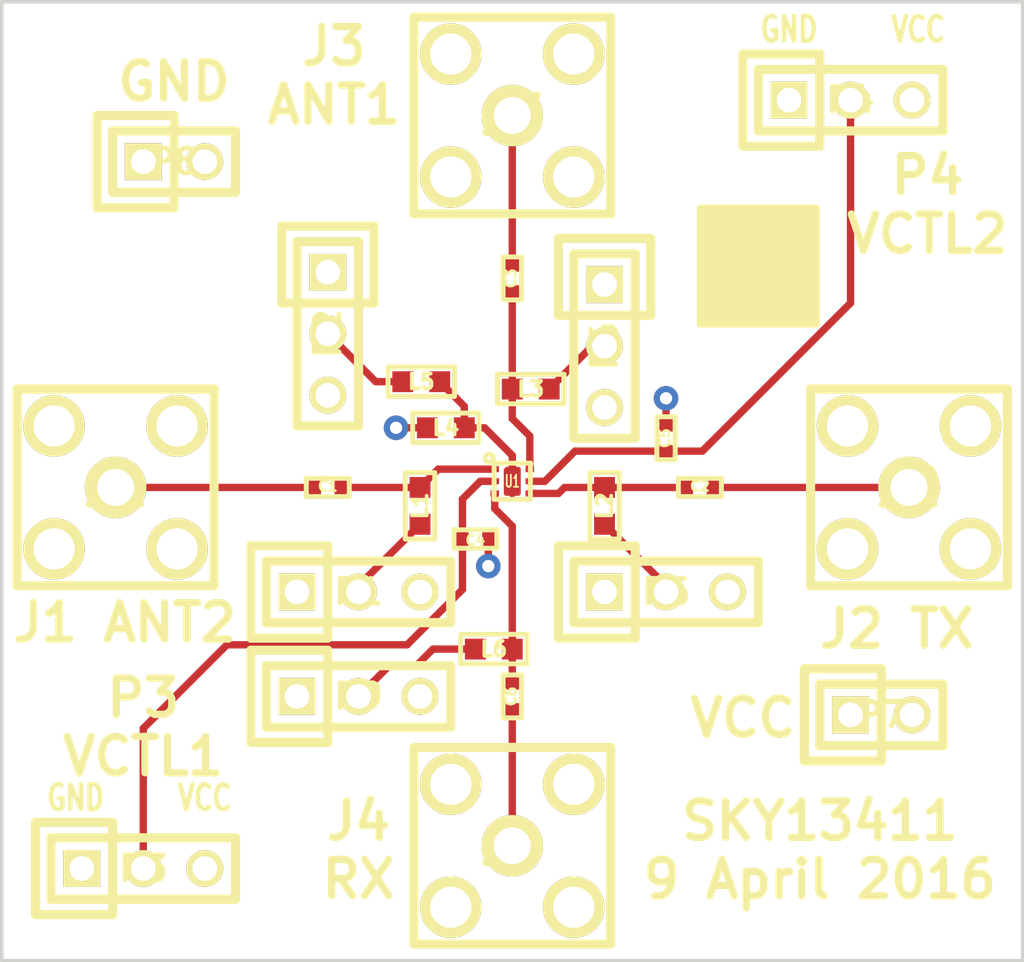
<source format=kicad_pcb>
(kicad_pcb (version 20221018) (generator pcbnew)
  (layers (0 "F.Cu" signal "C1F.Cu") (1 "In1.Cu" signal "C2.Cu") (2 "In2.Cu" signal "C3.Cu") (31 "B.Cu" signal "C4B.Cu") (34 "B.Paste" user) (35 "F.Paste" user) (36 "B.SilkS" user "B.Silkscreen") (37 "F.SilkS" user "F.Silkscreen") (38 "B.Mask" user) (39 "F.Mask" user) (44 "Edge.Cuts" user))
  (net 0 "")
  (net 1 "Net-(C1-Pad2)")
  (net 2 "Net-(C1-Pad1)")
  (net 3 "Net-(C2-Pad2)")
  (net 4 "Net-(C2-Pad1)")
  (net 5 "Net-(C3-Pad2)")
  (net 6 "Net-(C3-Pad1)")
  (net 7 "GND")
  (net 8 "VCC")
  (net 9 "Net-(C4-Pad1)")
  (net 10 "Net-(C5-Pad2)")
  (net 11 "Net-(L1-Pad1)")
  (net 12 "Net-(L5-Pad1)")
  (net 13 "Net-(L2-Pad1)")
  (net 14 "Net-(L3-Pad1)")
  (net 15 "Net-(L4-Pad2)")
  (net 16 "Net-(C6-Pad2)")
  (net 17 "Net-(C6-Pad1)")
  (net 18 "Net-(L6-Pad1)")
  (footprint "gsg-modules:0402" (layer "F.Cu") (at 144.78 101.854 180)
    (fp_text reference "C1" (at 0 0.0508 180) (layer "F.SilkS") (effects (font (size 0.4064 0.4064) (thickness 0.1016))))
    (fp_text value "100nF" hide)
    (fp_line (start -0.889 -0.381) (end 0.889 -0.381) (stroke (width 0.2032)) (layer "F.SilkS"))
    (fp_line (start -0.889 0.381) (end -0.889 -0.381) (stroke (width 0.2032)) (layer "F.SilkS"))
    (fp_line (start 0.889 -0.381) (end 0.889 0.381) (stroke (width 0.2032)) (layer "F.SilkS"))
    (fp_line (start 0.889 0.381) (end -0.889 0.381) (stroke (width 0.2032)) (layer "F.SilkS"))
    (pad "1" smd rect (at -0.5334 0 180) (size 0.508 0.5588) (layers "F.Cu" "F.Paste" "F.Mask") (net 2 "Net-(C1-Pad1)"))
    (pad "2" smd rect (at 0.5334 0 180) (size 0.508 0.5588) (layers "F.Cu" "F.Paste" "F.Mask") (net 1 "Net-(C1-Pad2)"))
  )
  (footprint "gsg-modules:0402" (layer "F.Cu") (at 160.147 101.854 180)
    (fp_text reference "C2" (at 0 0.0508 180) (layer "F.SilkS") (effects (font (size 0.4064 0.4064) (thickness 0.1016))))
    (fp_text value "100nF" hide)
    (fp_line (start -0.889 -0.381) (end 0.889 -0.381) (stroke (width 0.2032)) (layer "F.SilkS"))
    (fp_line (start -0.889 0.381) (end -0.889 -0.381) (stroke (width 0.2032)) (layer "F.SilkS"))
    (fp_line (start 0.889 -0.381) (end 0.889 0.381) (stroke (width 0.2032)) (layer "F.SilkS"))
    (fp_line (start 0.889 0.381) (end -0.889 0.381) (stroke (width 0.2032)) (layer "F.SilkS"))
    (pad "1" smd rect (at -0.5334 0 180) (size 0.508 0.5588) (layers "F.Cu" "F.Paste" "F.Mask") (net 4 "Net-(C2-Pad1)"))
    (pad "2" smd rect (at 0.5334 0 180) (size 0.508 0.5588) (layers "F.Cu" "F.Paste" "F.Mask") (net 3 "Net-(C2-Pad2)"))
  )
  (footprint "gsg-modules:0402" (layer "F.Cu") (at 152.4 93.218 -90)
    (fp_text reference "C3" (at 0 0.0508 270) (layer "F.SilkS") (effects (font (size 0.4064 0.4064) (thickness 0.1016))))
    (fp_text value "100nF" hide)
    (fp_line (start -0.889 -0.381) (end 0.889 -0.381) (stroke (width 0.2032)) (layer "F.SilkS"))
    (fp_line (start -0.889 0.381) (end -0.889 -0.381) (stroke (width 0.2032)) (layer "F.SilkS"))
    (fp_line (start 0.889 -0.381) (end 0.889 0.381) (stroke (width 0.2032)) (layer "F.SilkS"))
    (fp_line (start 0.889 0.381) (end -0.889 0.381) (stroke (width 0.2032)) (layer "F.SilkS"))
    (pad "1" smd rect (at -0.5334 0 270) (size 0.508 0.5588) (layers "F.Cu" "F.Paste" "F.Mask") (net 6 "Net-(C3-Pad1)"))
    (pad "2" smd rect (at 0.5334 0 270) (size 0.508 0.5588) (layers "F.Cu" "F.Paste" "F.Mask") (net 5 "Net-(C3-Pad2)"))
  )
  (footprint "gsg-modules:SMA-VERTICAL" (layer "F.Cu") (at 136.017 101.854)
    (fp_text reference "J1" (at 0 0) (layer "F.SilkS") (effects (font (size 1.524 1.524) (thickness 0.3048))))
    (fp_text value "SMA" hide)
    (fp_line (start -4.064 -4.064) (end -4.064 4.064) (stroke (width 0.381)) (layer "F.SilkS"))
    (fp_line (start -4.064 4.064) (end 4.064 4.064) (stroke (width 0.381)) (layer "F.SilkS"))
    (fp_line (start 4.064 -4.064) (end -4.064 -4.064) (stroke (width 0.381)) (layer "F.SilkS"))
    (fp_line (start 4.064 4.064) (end 4.064 -4.064) (stroke (width 0.381)) (layer "F.SilkS"))
    (pad "1" thru_hole circle (at 0 0) (size 2.54 2.54) (drill 1.524) (layers "*.Cu" "*.Mask" "F.SilkS") (net 1 "Net-(C1-Pad2)"))
    (pad "2" thru_hole circle (at -2.54 -2.54) (size 2.54 2.54) (drill 1.7018) (layers "*.Cu" "*.Mask" "F.SilkS") (net 7 "GND"))
    (pad "2" thru_hole circle (at -2.54 2.54) (size 2.54 2.54) (drill 1.7018) (layers "*.Cu" "*.Mask" "F.SilkS") (net 7 "GND"))
    (pad "2" thru_hole circle (at 2.54 -2.54) (size 2.54 2.54) (drill 1.7018) (layers "*.Cu" "*.Mask" "F.SilkS") (net 7 "GND"))
    (pad "2" thru_hole circle (at 2.54 2.54) (size 2.54 2.54) (drill 1.7018) (layers "*.Cu" "*.Mask" "F.SilkS") (net 7 "GND"))
  )
  (footprint "gsg-modules:SMA-VERTICAL" (layer "F.Cu") (at 168.783 101.854)
    (fp_text reference "J2" (at 0 0) (layer "F.SilkS") (effects (font (size 1.524 1.524) (thickness 0.3048))))
    (fp_text value "SMA" hide)
    (fp_line (start -4.064 -4.064) (end -4.064 4.064) (stroke (width 0.381)) (layer "F.SilkS"))
    (fp_line (start -4.064 4.064) (end 4.064 4.064) (stroke (width 0.381)) (layer "F.SilkS"))
    (fp_line (start 4.064 -4.064) (end -4.064 -4.064) (stroke (width 0.381)) (layer "F.SilkS"))
    (fp_line (start 4.064 4.064) (end 4.064 -4.064) (stroke (width 0.381)) (layer "F.SilkS"))
    (pad "1" thru_hole circle (at 0 0) (size 2.54 2.54) (drill 1.524) (layers "*.Cu" "*.Mask" "F.SilkS") (net 4 "Net-(C2-Pad1)"))
    (pad "2" thru_hole circle (at -2.54 -2.54) (size 2.54 2.54) (drill 1.7018) (layers "*.Cu" "*.Mask" "F.SilkS") (net 7 "GND"))
    (pad "2" thru_hole circle (at -2.54 2.54) (size 2.54 2.54) (drill 1.7018) (layers "*.Cu" "*.Mask" "F.SilkS") (net 7 "GND"))
    (pad "2" thru_hole circle (at 2.54 -2.54) (size 2.54 2.54) (drill 1.7018) (layers "*.Cu" "*.Mask" "F.SilkS") (net 7 "GND"))
    (pad "2" thru_hole circle (at 2.54 2.54) (size 2.54 2.54) (drill 1.7018) (layers "*.Cu" "*.Mask" "F.SilkS") (net 7 "GND"))
  )
  (footprint "gsg-modules:SMA-VERTICAL" (layer "F.Cu") (at 152.4 86.487)
    (fp_text reference "J3" (at 0 0) (layer "F.SilkS") (effects (font (size 1.524 1.524) (thickness 0.3048))))
    (fp_text value "SMA" hide)
    (fp_line (start -4.064 -4.064) (end -4.064 4.064) (stroke (width 0.381)) (layer "F.SilkS"))
    (fp_line (start -4.064 4.064) (end 4.064 4.064) (stroke (width 0.381)) (layer "F.SilkS"))
    (fp_line (start 4.064 -4.064) (end -4.064 -4.064) (stroke (width 0.381)) (layer "F.SilkS"))
    (fp_line (start 4.064 4.064) (end 4.064 -4.064) (stroke (width 0.381)) (layer "F.SilkS"))
    (pad "1" thru_hole circle (at 0 0) (size 2.54 2.54) (drill 1.524) (layers "*.Cu" "*.Mask" "F.SilkS") (net 6 "Net-(C3-Pad1)"))
    (pad "2" thru_hole circle (at -2.54 -2.54) (size 2.54 2.54) (drill 1.7018) (layers "*.Cu" "*.Mask" "F.SilkS") (net 7 "GND"))
    (pad "2" thru_hole circle (at -2.54 2.54) (size 2.54 2.54) (drill 1.7018) (layers "*.Cu" "*.Mask" "F.SilkS") (net 7 "GND"))
    (pad "2" thru_hole circle (at 2.54 -2.54) (size 2.54 2.54) (drill 1.7018) (layers "*.Cu" "*.Mask" "F.SilkS") (net 7 "GND"))
    (pad "2" thru_hole circle (at 2.54 2.54) (size 2.54 2.54) (drill 1.7018) (layers "*.Cu" "*.Mask" "F.SilkS") (net 7 "GND"))
  )
  (footprint "gsg-modules:HEADER-1x3" (layer "F.Cu") (at 146.05 106.172)
    (fp_text reference "P1" (at 0 0) (layer "F.SilkS") (effects (font (size 1.016 1.016) (thickness 0.2032))))
    (fp_text value "CONN_01X03" hide)
    (fp_line (start -4.445 -1.905) (end -4.445 1.905) (stroke (width 0.381)) (layer "F.SilkS"))
    (fp_line (start -4.445 1.905) (end -1.27 1.905) (stroke (width 0.381)) (layer "F.SilkS"))
    (fp_line (start -3.81 -1.27) (end -3.81 1.27) (stroke (width 0.381)) (layer "F.SilkS"))
    (fp_line (start -3.81 -1.27) (end 3.81 -1.27) (stroke (width 0.381)) (layer "F.SilkS"))
    (fp_line (start -1.27 -1.905) (end -4.445 -1.905) (stroke (width 0.381)) (layer "F.SilkS"))
    (fp_line (start -1.27 1.905) (end -1.27 -1.905) (stroke (width 0.381)) (layer "F.SilkS"))
    (fp_line (start 3.81 -1.27) (end 3.81 1.27) (stroke (width 0.381)) (layer "F.SilkS"))
    (fp_line (start 3.81 1.27) (end -3.81 1.27) (stroke (width 0.381)) (layer "F.SilkS"))
    (pad "1" thru_hole rect (at -2.54 0) (size 1.524 1.524) (drill 1.016) (layers "*.Cu" "*.Mask" "F.SilkS") (net 7 "GND"))
    (pad "2" thru_hole circle (at 0 0) (size 1.524 1.524) (drill 1.016) (layers "*.Cu" "*.Mask" "F.SilkS") (net 11 "Net-(L1-Pad1)"))
    (pad "3" thru_hole circle (at 2.54 0) (size 1.524 1.524) (drill 1.016) (layers "*.Cu" "*.Mask" "F.SilkS") (net 8 "VCC"))
  )
  (footprint "gsg-modules:HEADER-1x3" (layer "F.Cu") (at 144.78 95.504 -90)
    (fp_text reference "P2" (at 0 0 270) (layer "F.SilkS") (effects (font (size 1.016 1.016) (thickness 0.2032))))
    (fp_text value "CONN_01X03" hide)
    (fp_line (start -4.445 -1.905) (end -4.445 1.905) (stroke (width 0.381)) (layer "F.SilkS"))
    (fp_line (start -4.445 1.905) (end -1.27 1.905) (stroke (width 0.381)) (layer "F.SilkS"))
    (fp_line (start -3.81 -1.27) (end -3.81 1.27) (stroke (width 0.381)) (layer "F.SilkS"))
    (fp_line (start -3.81 -1.27) (end 3.81 -1.27) (stroke (width 0.381)) (layer "F.SilkS"))
    (fp_line (start -1.27 -1.905) (end -4.445 -1.905) (stroke (width 0.381)) (layer "F.SilkS"))
    (fp_line (start -1.27 1.905) (end -1.27 -1.905) (stroke (width 0.381)) (layer "F.SilkS"))
    (fp_line (start 3.81 -1.27) (end 3.81 1.27) (stroke (width 0.381)) (layer "F.SilkS"))
    (fp_line (start 3.81 1.27) (end -3.81 1.27) (stroke (width 0.381)) (layer "F.SilkS"))
    (pad "1" thru_hole rect (at -2.54 0 270) (size 1.524 1.524) (drill 1.016) (layers "*.Cu" "*.Mask" "F.SilkS") (net 7 "GND"))
    (pad "2" thru_hole circle (at 0 0 270) (size 1.524 1.524) (drill 1.016) (layers "*.Cu" "*.Mask" "F.SilkS") (net 12 "Net-(L5-Pad1)"))
    (pad "3" thru_hole circle (at 2.54 0 270) (size 1.524 1.524) (drill 1.016) (layers "*.Cu" "*.Mask" "F.SilkS") (net 8 "VCC"))
  )
  (footprint "gsg-modules:HEADER-1x3" (layer "F.Cu") (at 137.16 117.602)
    (fp_text reference "P3" (at 0 0) (layer "F.SilkS") (effects (font (size 1.016 1.016) (thickness 0.2032))))
    (fp_text value "CONN_01X03" hide)
    (fp_line (start -4.445 -1.905) (end -4.445 1.905) (stroke (width 0.381)) (layer "F.SilkS"))
    (fp_line (start -4.445 1.905) (end -1.27 1.905) (stroke (width 0.381)) (layer "F.SilkS"))
    (fp_line (start -3.81 -1.27) (end -3.81 1.27) (stroke (width 0.381)) (layer "F.SilkS"))
    (fp_line (start -3.81 -1.27) (end 3.81 -1.27) (stroke (width 0.381)) (layer "F.SilkS"))
    (fp_line (start -1.27 -1.905) (end -4.445 -1.905) (stroke (width 0.381)) (layer "F.SilkS"))
    (fp_line (start -1.27 1.905) (end -1.27 -1.905) (stroke (width 0.381)) (layer "F.SilkS"))
    (fp_line (start 3.81 -1.27) (end 3.81 1.27) (stroke (width 0.381)) (layer "F.SilkS"))
    (fp_line (start 3.81 1.27) (end -3.81 1.27) (stroke (width 0.381)) (layer "F.SilkS"))
    (pad "1" thru_hole rect (at -2.54 0) (size 1.524 1.524) (drill 1.016) (layers "*.Cu" "*.Mask" "F.SilkS") (net 7 "GND"))
    (pad "2" thru_hole circle (at 0 0) (size 1.524 1.524) (drill 1.016) (layers "*.Cu" "*.Mask" "F.SilkS") (net 9 "Net-(C4-Pad1)"))
    (pad "3" thru_hole circle (at 2.54 0) (size 1.524 1.524) (drill 1.016) (layers "*.Cu" "*.Mask" "F.SilkS") (net 8 "VCC"))
  )
  (footprint "gsg-modules:HEADER-1x3" (layer "F.Cu") (at 166.37 85.852)
    (fp_text reference "P4" (at 0 0) (layer "F.SilkS") (effects (font (size 1.016 1.016) (thickness 0.2032))))
    (fp_text value "CONN_01X03" hide)
    (fp_line (start -4.445 -1.905) (end -4.445 1.905) (stroke (width 0.381)) (layer "F.SilkS"))
    (fp_line (start -4.445 1.905) (end -1.27 1.905) (stroke (width 0.381)) (layer "F.SilkS"))
    (fp_line (start -3.81 -1.27) (end -3.81 1.27) (stroke (width 0.381)) (layer "F.SilkS"))
    (fp_line (start -3.81 -1.27) (end 3.81 -1.27) (stroke (width 0.381)) (layer "F.SilkS"))
    (fp_line (start -1.27 -1.905) (end -4.445 -1.905) (stroke (width 0.381)) (layer "F.SilkS"))
    (fp_line (start -1.27 1.905) (end -1.27 -1.905) (stroke (width 0.381)) (layer "F.SilkS"))
    (fp_line (start 3.81 -1.27) (end 3.81 1.27) (stroke (width 0.381)) (layer "F.SilkS"))
    (fp_line (start 3.81 1.27) (end -3.81 1.27) (stroke (width 0.381)) (layer "F.SilkS"))
    (pad "1" thru_hole rect (at -2.54 0) (size 1.524 1.524) (drill 1.016) (layers "*.Cu" "*.Mask" "F.SilkS") (net 7 "GND"))
    (pad "2" thru_hole circle (at 0 0) (size 1.524 1.524) (drill 1.016) (layers "*.Cu" "*.Mask" "F.SilkS") (net 10 "Net-(C5-Pad2)"))
    (pad "3" thru_hole circle (at 2.54 0) (size 1.524 1.524) (drill 1.016) (layers "*.Cu" "*.Mask" "F.SilkS") (net 8 "VCC"))
  )
  (footprint "gsg-modules:HEADER-1x3" (layer "F.Cu") (at 158.75 106.172)
    (fp_text reference "P5" (at 0 0) (layer "F.SilkS") (effects (font (size 1.016 1.016) (thickness 0.2032))))
    (fp_text value "CONN_01X03" hide)
    (fp_line (start -4.445 -1.905) (end -4.445 1.905) (stroke (width 0.381)) (layer "F.SilkS"))
    (fp_line (start -4.445 1.905) (end -1.27 1.905) (stroke (width 0.381)) (layer "F.SilkS"))
    (fp_line (start -3.81 -1.27) (end -3.81 1.27) (stroke (width 0.381)) (layer "F.SilkS"))
    (fp_line (start -3.81 -1.27) (end 3.81 -1.27) (stroke (width 0.381)) (layer "F.SilkS"))
    (fp_line (start -1.27 -1.905) (end -4.445 -1.905) (stroke (width 0.381)) (layer "F.SilkS"))
    (fp_line (start -1.27 1.905) (end -1.27 -1.905) (stroke (width 0.381)) (layer "F.SilkS"))
    (fp_line (start 3.81 -1.27) (end 3.81 1.27) (stroke (width 0.381)) (layer "F.SilkS"))
    (fp_line (start 3.81 1.27) (end -3.81 1.27) (stroke (width 0.381)) (layer "F.SilkS"))
    (pad "1" thru_hole rect (at -2.54 0) (size 1.524 1.524) (drill 1.016) (layers "*.Cu" "*.Mask" "F.SilkS") (net 7 "GND"))
    (pad "2" thru_hole circle (at 0 0) (size 1.524 1.524) (drill 1.016) (layers "*.Cu" "*.Mask" "F.SilkS") (net 13 "Net-(L2-Pad1)"))
    (pad "3" thru_hole circle (at 2.54 0) (size 1.524 1.524) (drill 1.016) (layers "*.Cu" "*.Mask" "F.SilkS") (net 8 "VCC"))
  )
  (footprint "gsg-modules:HEADER-1x3" (layer "F.Cu") (at 156.21 96.012 -90)
    (fp_text reference "P6" (at 0 0 270) (layer "F.SilkS") (effects (font (size 1.016 1.016) (thickness 0.2032))))
    (fp_text value "CONN_01X03" hide)
    (fp_line (start -4.445 -1.905) (end -4.445 1.905) (stroke (width 0.381)) (layer "F.SilkS"))
    (fp_line (start -4.445 1.905) (end -1.27 1.905) (stroke (width 0.381)) (layer "F.SilkS"))
    (fp_line (start -3.81 -1.27) (end -3.81 1.27) (stroke (width 0.381)) (layer "F.SilkS"))
    (fp_line (start -3.81 -1.27) (end 3.81 -1.27) (stroke (width 0.381)) (layer "F.SilkS"))
    (fp_line (start -1.27 -1.905) (end -4.445 -1.905) (stroke (width 0.381)) (layer "F.SilkS"))
    (fp_line (start -1.27 1.905) (end -1.27 -1.905) (stroke (width 0.381)) (layer "F.SilkS"))
    (fp_line (start 3.81 -1.27) (end 3.81 1.27) (stroke (width 0.381)) (layer "F.SilkS"))
    (fp_line (start 3.81 1.27) (end -3.81 1.27) (stroke (width 0.381)) (layer "F.SilkS"))
    (pad "1" thru_hole rect (at -2.54 0 270) (size 1.524 1.524) (drill 1.016) (layers "*.Cu" "*.Mask" "F.SilkS") (net 7 "GND"))
    (pad "2" thru_hole circle (at 0 0 270) (size 1.524 1.524) (drill 1.016) (layers "*.Cu" "*.Mask" "F.SilkS") (net 14 "Net-(L3-Pad1)"))
    (pad "3" thru_hole circle (at 2.54 0 270) (size 1.524 1.524) (drill 1.016) (layers "*.Cu" "*.Mask" "F.SilkS") (net 8 "VCC"))
  )
  (footprint "gsg-modules:HEADER-1x2" (layer "F.Cu") (at 167.64 111.252)
    (fp_text reference "P7" (at 0 0) (layer "F.SilkS") (effects (font (size 1.016 1.016) (thickness 0.2032))))
    (fp_text value "CONN_01X02" hide)
    (fp_line (start -3.175 -1.905) (end -3.175 1.905) (stroke (width 0.381)) (layer "F.SilkS"))
    (fp_line (start -3.175 1.905) (end 0 1.905) (stroke (width 0.381)) (layer "F.SilkS"))
    (fp_line (start -2.54 -1.27) (end -2.54 1.27) (stroke (width 0.381)) (layer "F.SilkS"))
    (fp_line (start -2.54 -1.27) (end 2.54 -1.27) (stroke (width 0.381)) (layer "F.SilkS"))
    (fp_line (start 0 -1.905) (end -3.175 -1.905) (stroke (width 0.381)) (layer "F.SilkS"))
    (fp_line (start 0 1.905) (end 0 -1.905) (stroke (width 0.381)) (layer "F.SilkS"))
    (fp_line (start 2.54 -1.27) (end 2.54 1.27) (stroke (width 0.381)) (layer "F.SilkS"))
    (fp_line (start 2.54 1.27) (end -2.54 1.27) (stroke (width 0.381)) (layer "F.SilkS"))
    (pad "1" thru_hole rect (at -1.27 0) (size 1.524 1.524) (drill 1.016) (layers "*.Cu" "*.Mask" "F.SilkS") (net 8 "VCC"))
    (pad "2" thru_hole circle (at 1.27 0) (size 1.524 1.524) (drill 1.016) (layers "*.Cu" "*.Mask" "F.SilkS") (net 8 "VCC"))
  )
  (footprint "gsg-modules:HEADER-1x2" (layer "F.Cu") (at 138.43 88.392)
    (fp_text reference "P8" (at 0 0) (layer "F.SilkS") (effects (font (size 1.016 1.016) (thickness 0.2032))))
    (fp_text value "CONN_01X02" hide)
    (fp_line (start -3.175 -1.905) (end -3.175 1.905) (stroke (width 0.381)) (layer "F.SilkS"))
    (fp_line (start -3.175 1.905) (end 0 1.905) (stroke (width 0.381)) (layer "F.SilkS"))
    (fp_line (start -2.54 -1.27) (end -2.54 1.27) (stroke (width 0.381)) (layer "F.SilkS"))
    (fp_line (start -2.54 -1.27) (end 2.54 -1.27) (stroke (width 0.381)) (layer "F.SilkS"))
    (fp_line (start 0 -1.905) (end -3.175 -1.905) (stroke (width 0.381)) (layer "F.SilkS"))
    (fp_line (start 0 1.905) (end 0 -1.905) (stroke (width 0.381)) (layer "F.SilkS"))
    (fp_line (start 2.54 -1.27) (end 2.54 1.27) (stroke (width 0.381)) (layer "F.SilkS"))
    (fp_line (start 2.54 1.27) (end -2.54 1.27) (stroke (width 0.381)) (layer "F.SilkS"))
    (pad "1" thru_hole rect (at -1.27 0) (size 1.524 1.524) (drill 1.016) (layers "*.Cu" "*.Mask" "F.SilkS") (net 7 "GND"))
    (pad "2" thru_hole circle (at 1.27 0) (size 1.524 1.524) (drill 1.016) (layers "*.Cu" "*.Mask" "F.SilkS") (net 7 "GND"))
  )
  (footprint "gsg-modules:0402" (layer "F.Cu") (at 150.876 103.9876)
    (fp_text reference "C4" (at 0 0.0508) (layer "F.SilkS") (effects (font (size 0.4064 0.4064) (thickness 0.1016))))
    (fp_text value "33pF" hide)
    (fp_line (start -0.889 -0.381) (end 0.889 -0.381) (stroke (width 0.2032)) (layer "F.SilkS"))
    (fp_line (start -0.889 0.381) (end -0.889 -0.381) (stroke (width 0.2032)) (layer "F.SilkS"))
    (fp_line (start 0.889 -0.381) (end 0.889 0.381) (stroke (width 0.2032)) (layer "F.SilkS"))
    (fp_line (start 0.889 0.381) (end -0.889 0.381) (stroke (width 0.2032)) (layer "F.SilkS"))
    (pad "1" smd rect (at -0.5334 0) (size 0.508 0.5588) (layers "F.Cu" "F.Paste" "F.Mask") (net 9 "Net-(C4-Pad1)"))
    (pad "2" smd rect (at 0.5334 0) (size 0.508 0.5588) (layers "F.Cu" "F.Paste" "F.Mask") (net 7 "GND"))
  )
  (footprint "gsg-modules:0402" (layer "F.Cu") (at 158.75 99.822 -90)
    (fp_text reference "C5" (at 0 0.0508 270) (layer "F.SilkS") (effects (font (size 0.4064 0.4064) (thickness 0.1016))))
    (fp_text value "33pF" hide)
    (fp_line (start -0.889 -0.381) (end 0.889 -0.381) (stroke (width 0.2032)) (layer "F.SilkS"))
    (fp_line (start -0.889 0.381) (end -0.889 -0.381) (stroke (width 0.2032)) (layer "F.SilkS"))
    (fp_line (start 0.889 -0.381) (end 0.889 0.381) (stroke (width 0.2032)) (layer "F.SilkS"))
    (fp_line (start 0.889 0.381) (end -0.889 0.381) (stroke (width 0.2032)) (layer "F.SilkS"))
    (pad "1" smd rect (at -0.5334 0 270) (size 0.508 0.5588) (layers "F.Cu" "F.Paste" "F.Mask") (net 7 "GND"))
    (pad "2" smd rect (at 0.5334 0 270) (size 0.508 0.5588) (layers "F.Cu" "F.Paste" "F.Mask") (net 10 "Net-(C5-Pad2)"))
  )
  (footprint "gsg-modules:0603" (layer "F.Cu") (at 148.59 102.616 90)
    (fp_text reference "L1" (at 0 0 90) (layer "F.SilkS") (effects (font (size 0.6096 0.6096) (thickness 0.1524))))
    (fp_text value "15uH" hide)
    (fp_line (start -1.3716 -0.6096) (end -1.3716 0.6096) (stroke (width 0.2032)) (layer "F.SilkS"))
    (fp_line (start -1.3716 0.6096) (end 1.3716 0.6096) (stroke (width 0.2032)) (layer "F.SilkS"))
    (fp_line (start 1.3716 -0.6096) (end -1.3716 -0.6096) (stroke (width 0.2032)) (layer "F.SilkS"))
    (fp_line (start 1.3716 0.6096) (end 1.3716 -0.6096) (stroke (width 0.2032)) (layer "F.SilkS"))
    (pad "1" smd rect (at -0.762 0 90) (size 0.8636 0.8636) (layers "F.Cu" "F.Paste" "F.Mask") (net 11 "Net-(L1-Pad1)") (clearance 0.1778))
    (pad "2" smd rect (at 0.762 0 90) (size 0.8636 0.8636) (layers "F.Cu" "F.Paste" "F.Mask") (net 2 "Net-(C1-Pad1)") (clearance 0.1778))
  )
  (footprint "gsg-modules:0603" (layer "F.Cu") (at 156.21 102.616 90)
    (fp_text reference "L2" (at 0 0 90) (layer "F.SilkS") (effects (font (size 0.6096 0.6096) (thickness 0.1524))))
    (fp_text value "15uH" hide)
    (fp_line (start -1.3716 -0.6096) (end -1.3716 0.6096) (stroke (width 0.2032)) (layer "F.SilkS"))
    (fp_line (start -1.3716 0.6096) (end 1.3716 0.6096) (stroke (width 0.2032)) (layer "F.SilkS"))
    (fp_line (start 1.3716 -0.6096) (end -1.3716 -0.6096) (stroke (width 0.2032)) (layer "F.SilkS"))
    (fp_line (start 1.3716 0.6096) (end 1.3716 -0.6096) (stroke (width 0.2032)) (layer "F.SilkS"))
    (pad "1" smd rect (at -0.762 0 90) (size 0.8636 0.8636) (layers "F.Cu" "F.Paste" "F.Mask") (net 13 "Net-(L2-Pad1)") (clearance 0.1778))
    (pad "2" smd rect (at 0.762 0 90) (size 0.8636 0.8636) (layers "F.Cu" "F.Paste" "F.Mask") (net 3 "Net-(C2-Pad2)") (clearance 0.1778))
  )
  (footprint "gsg-modules:0603" (layer "F.Cu") (at 153.162 97.79 180)
    (fp_text reference "L3" (at 0 0 180) (layer "F.SilkS") (effects (font (size 0.6096 0.6096) (thickness 0.1524))))
    (fp_text value "15uH" hide)
    (fp_line (start -1.3716 -0.6096) (end -1.3716 0.6096) (stroke (width 0.2032)) (layer "F.SilkS"))
    (fp_line (start -1.3716 0.6096) (end 1.3716 0.6096) (stroke (width 0.2032)) (layer "F.SilkS"))
    (fp_line (start 1.3716 -0.6096) (end -1.3716 -0.6096) (stroke (width 0.2032)) (layer "F.SilkS"))
    (fp_line (start 1.3716 0.6096) (end 1.3716 -0.6096) (stroke (width 0.2032)) (layer "F.SilkS"))
    (pad "1" smd rect (at -0.762 0 180) (size 0.8636 0.8636) (layers "F.Cu" "F.Paste" "F.Mask") (net 14 "Net-(L3-Pad1)") (clearance 0.1778))
    (pad "2" smd rect (at 0.762 0 180) (size 0.8636 0.8636) (layers "F.Cu" "F.Paste" "F.Mask") (net 5 "Net-(C3-Pad2)") (clearance 0.1778))
  )
  (footprint "gsg-modules:0603" (layer "F.Cu") (at 149.6568 99.3902)
    (fp_text reference "L4" (at 0 0) (layer "F.SilkS") (effects (font (size 0.6096 0.6096) (thickness 0.1524))))
    (fp_text value "15uH" hide)
    (fp_line (start -1.3716 -0.6096) (end -1.3716 0.6096) (stroke (width 0.2032)) (layer "F.SilkS"))
    (fp_line (start -1.3716 0.6096) (end 1.3716 0.6096) (stroke (width 0.2032)) (layer "F.SilkS"))
    (fp_line (start 1.3716 -0.6096) (end -1.3716 -0.6096) (stroke (width 0.2032)) (layer "F.SilkS"))
    (fp_line (start 1.3716 0.6096) (end 1.3716 -0.6096) (stroke (width 0.2032)) (layer "F.SilkS"))
    (pad "1" smd rect (at -0.762 0) (size 0.8636 0.8636) (layers "F.Cu" "F.Paste" "F.Mask") (net 7 "GND") (clearance 0.1778))
    (pad "2" smd rect (at 0.762 0) (size 0.8636 0.8636) (layers "F.Cu" "F.Paste" "F.Mask") (net 15 "Net-(L4-Pad2)") (clearance 0.1778))
  )
  (footprint "gsg-modules:0603" (layer "F.Cu") (at 148.6408 97.4852)
    (fp_text reference "L5" (at 0 0) (layer "F.SilkS") (effects (font (size 0.6096 0.6096) (thickness 0.1524))))
    (fp_text value "15uH" hide)
    (fp_line (start -1.3716 -0.6096) (end -1.3716 0.6096) (stroke (width 0.2032)) (layer "F.SilkS"))
    (fp_line (start -1.3716 0.6096) (end 1.3716 0.6096) (stroke (width 0.2032)) (layer "F.SilkS"))
    (fp_line (start 1.3716 -0.6096) (end -1.3716 -0.6096) (stroke (width 0.2032)) (layer "F.SilkS"))
    (fp_line (start 1.3716 0.6096) (end 1.3716 -0.6096) (stroke (width 0.2032)) (layer "F.SilkS"))
    (pad "1" smd rect (at -0.762 0) (size 0.8636 0.8636) (layers "F.Cu" "F.Paste" "F.Mask") (net 12 "Net-(L5-Pad1)") (clearance 0.1778))
    (pad "2" smd rect (at 0.762 0) (size 0.8636 0.8636) (layers "F.Cu" "F.Paste" "F.Mask") (net 15 "Net-(L4-Pad2)") (clearance 0.1778))
  )
  (footprint "gsg-modules:0402" (layer "F.Cu") (at 152.4 110.49 -90)
    (fp_text reference "C6" (at 0 0.0508 270) (layer "F.SilkS") (effects (font (size 0.4064 0.4064) (thickness 0.1016))))
    (fp_text value "100nF" hide)
    (fp_line (start -0.889 -0.381) (end 0.889 -0.381) (stroke (width 0.2032)) (layer "F.SilkS"))
    (fp_line (start -0.889 0.381) (end -0.889 -0.381) (stroke (width 0.2032)) (layer "F.SilkS"))
    (fp_line (start 0.889 -0.381) (end 0.889 0.381) (stroke (width 0.2032)) (layer "F.SilkS"))
    (fp_line (start 0.889 0.381) (end -0.889 0.381) (stroke (width 0.2032)) (layer "F.SilkS"))
    (pad "1" smd rect (at -0.5334 0 270) (size 0.508 0.5588) (layers "F.Cu" "F.Paste" "F.Mask") (net 17 "Net-(C6-Pad1)"))
    (pad "2" smd rect (at 0.5334 0 270) (size 0.508 0.5588) (layers "F.Cu" "F.Paste" "F.Mask") (net 16 "Net-(C6-Pad2)"))
  )
  (footprint "gsg-modules:SMA-VERTICAL" (layer "F.Cu") (at 152.4 116.6622)
    (fp_text reference "J4" (at 0 0) (layer "F.SilkS") (effects (font (size 1.524 1.524) (thickness 0.3048))))
    (fp_text value "SMA" hide)
    (fp_line (start -4.064 -4.064) (end -4.064 4.064) (stroke (width 0.381)) (layer "F.SilkS"))
    (fp_line (start -4.064 4.064) (end 4.064 4.064) (stroke (width 0.381)) (layer "F.SilkS"))
    (fp_line (start 4.064 -4.064) (end -4.064 -4.064) (stroke (width 0.381)) (layer "F.SilkS"))
    (fp_line (start 4.064 4.064) (end 4.064 -4.064) (stroke (width 0.381)) (layer "F.SilkS"))
    (pad "1" thru_hole circle (at 0 0) (size 2.54 2.54) (drill 1.524) (layers "*.Cu" "*.Mask" "F.SilkS") (net 16 "Net-(C6-Pad2)"))
    (pad "2" thru_hole circle (at -2.54 -2.54) (size 2.54 2.54) (drill 1.7018) (layers "*.Cu" "*.Mask" "F.SilkS") (net 7 "GND"))
    (pad "2" thru_hole circle (at -2.54 2.54) (size 2.54 2.54) (drill 1.7018) (layers "*.Cu" "*.Mask" "F.SilkS") (net 7 "GND"))
    (pad "2" thru_hole circle (at 2.54 -2.54) (size 2.54 2.54) (drill 1.7018) (layers "*.Cu" "*.Mask" "F.SilkS") (net 7 "GND"))
    (pad "2" thru_hole circle (at 2.54 2.54) (size 2.54 2.54) (drill 1.7018) (layers "*.Cu" "*.Mask" "F.SilkS") (net 7 "GND"))
  )
  (footprint "gsg-modules:0603" (layer "F.Cu") (at 151.638 108.5342)
    (fp_text reference "L6" (at 0 0) (layer "F.SilkS") (effects (font (size 0.6096 0.6096) (thickness 0.1524))))
    (fp_text value "15uH" hide)
    (fp_line (start -1.3716 -0.6096) (end -1.3716 0.6096) (stroke (width 0.2032)) (layer "F.SilkS"))
    (fp_line (start -1.3716 0.6096) (end 1.3716 0.6096) (stroke (width 0.2032)) (layer "F.SilkS"))
    (fp_line (start 1.3716 -0.6096) (end -1.3716 -0.6096) (stroke (width 0.2032)) (layer "F.SilkS"))
    (fp_line (start 1.3716 0.6096) (end 1.3716 -0.6096) (stroke (width 0.2032)) (layer "F.SilkS"))
    (pad "1" smd rect (at -0.762 0) (size 0.8636 0.8636) (layers "F.Cu" "F.Paste" "F.Mask") (net 18 "Net-(L6-Pad1)") (clearance 0.1778))
    (pad "2" smd rect (at 0.762 0) (size 0.8636 0.8636) (layers "F.Cu" "F.Paste" "F.Mask") (net 17 "Net-(C6-Pad1)") (clearance 0.1778))
  )
  (footprint "gsg-modules:HEADER-1x3" (layer "F.Cu") (at 146.05 110.49)
    (fp_text reference "P9" (at 0 0) (layer "F.SilkS") (effects (font (size 1.016 1.016) (thickness 0.2032))))
    (fp_text value "CONN_01X03" hide)
    (fp_line (start -4.445 -1.905) (end -4.445 1.905) (stroke (width 0.381)) (layer "F.SilkS"))
    (fp_line (start -4.445 1.905) (end -1.27 1.905) (stroke (width 0.381)) (layer "F.SilkS"))
    (fp_line (start -3.81 -1.27) (end -3.81 1.27) (stroke (width 0.381)) (layer "F.SilkS"))
    (fp_line (start -3.81 -1.27) (end 3.81 -1.27) (stroke (width 0.381)) (layer "F.SilkS"))
    (fp_line (start -1.27 -1.905) (end -4.445 -1.905) (stroke (width 0.381)) (layer "F.SilkS"))
    (fp_line (start -1.27 1.905) (end -1.27 -1.905) (stroke (width 0.381)) (layer "F.SilkS"))
    (fp_line (start 3.81 -1.27) (end 3.81 1.27) (stroke (width 0.381)) (layer "F.SilkS"))
    (fp_line (start 3.81 1.27) (end -3.81 1.27) (stroke (width 0.381)) (layer "F.SilkS"))
    (pad "1" thru_hole rect (at -2.54 0) (size 1.524 1.524) (drill 1.016) (layers "*.Cu" "*.Mask" "F.SilkS") (net 7 "GND"))
    (pad "2" thru_hole circle (at 0 0) (size 1.524 1.524) (drill 1.016) (layers "*.Cu" "*.Mask" "F.SilkS") (net 18 "Net-(L6-Pad1)"))
    (pad "3" thru_hole circle (at 2.54 0) (size 1.524 1.524) (drill 1.016) (layers "*.Cu" "*.Mask" "F.SilkS") (net 8 "VCC"))
  )
  (footprint "gsg-modules:SKY13411-374LF" (layer "F.Cu") (at 152.4 101.6)
    (fp_text reference "U1" (at 0 0) (layer "F.SilkS") (effects (font (size 0.50038 0.29972) (thickness 0.0762))))
    (fp_text value "SKY13411" hide)
    (fp_line (start -0.7493 -0.7493) (end 0.7493 -0.7493) (stroke (width 0.2032)) (layer "F.SilkS"))
    (fp_line (start -0.7493 0.7493) (end -0.7493 -0.7493) (stroke (width 0.2032)) (layer "F.SilkS"))
    (fp_line (start 0.7493 -0.7493) (end 0.7493 0.7493) (stroke (width 0.2032)) (layer "F.SilkS"))
    (fp_line (start 0.7493 0.7493) (end -0.7493 0.7493) (stroke (width 0.2032)) (layer "F.SilkS"))
    (fp_circle (center -0.94996 -0.94996) (end -0.89916 -0.89916) (stroke (width 0.2032)) (fill none) (layer "F.SilkS"))
    (pad "0" smd rect (at -0.27432 -0.52578 315) (size 0.07112 0.14224) (layers "F.Cu" "F.Paste" "F.Mask") (net 15 "Net-(L4-Pad2)"))
    (pad "0" smd rect (at -0.24892 -0.42418) (size 0.20066 0.14986) (layers "F.Cu" "F.Paste" "F.Mask") (net 15 "Net-(L4-Pad2)"))
    (pad "0" smd oval (at -0.24892 0.0508) (size 0.20066 1.09982) (layers "F.Cu" "F.Paste" "F.Mask") (net 15 "Net-(L4-Pad2)"))
    (pad "0" smd rect (at 0 0) (size 0.20066 1.30048) (layers "F.Cu" "F.Paste" "F.Mask") (net 15 "Net-(L4-Pad2)"))
    (pad "0" smd rect (at 0 0) (size 0.50038 1.19888) (layers "F.Cu" "F.Paste" "F.Mask") (net 15 "Net-(L4-Pad2)"))
    (pad "0" smd oval (at 0.24892 0) (size 0.20066 1.19888) (layers "F.Cu" "F.Paste" "F.Mask") (net 15 "Net-(L4-Pad2)"))
    (pad "1" smd rect (at -0.7239 -0.50038) (size 0.35052 0.24892) (layers "F.Cu" "F.Paste" "F.Mask") (net 2 "Net-(C1-Pad1)"))
    (pad "2" smd rect (at -0.7239 0) (size 0.35052 0.24892) (layers "F.Cu" "F.Paste" "F.Mask") (net 9 "Net-(C4-Pad1)"))
    (pad "3" smd rect (at -0.7239 0.50038) (size 0.35052 0.24892) (layers "F.Cu" "F.Paste" "F.Mask") (net 17 "Net-(C6-Pad1)"))
    (pad "4" smd rect (at 0.7239 0.50038) (size 0.35052 0.24892) (layers "F.Cu" "F.Paste" "F.Mask") (net 3 "Net-(C2-Pad2)"))
    (pad "5" smd rect (at 0.7239 0) (size 0.35052 0.24892) (layers "F.Cu" "F.Paste" "F.Mask") (net 10 "Net-(C5-Pad2)"))
    (pad "6" smd rect (at 0.7239 -0.50038) (size 0.35052 0.24892) (layers "F.Cu" "F.Paste" "F.Mask") (net 5 "Net-(C3-Pad2)"))
  )
  (gr_line (start 131.318 121.412) (end 131.318 81.788) (stroke (width 0.15)) (layer "Edge.Cuts"))
  (gr_line (start 173.482 121.412) (end 131.318 121.412) (stroke (width 0.15)) (layer "Edge.Cuts"))
  (gr_line (start 131.318 81.788) (end 173.482 81.788) (stroke (width 0.15)) (layer "Edge.Cuts"))
  (gr_line (start 173.482 81.788) (end 173.482 121.412) (stroke (width 0.15)) (layer "Edge.Cuts"))
  (gr_text "VCC" (at 169.164 82.931) (layer "F.SilkS") (effects (font (size 1.016 0.762) (thickness 0.1905))))
  (gr_text "GND" (at 163.83 82.931) (layer "F.SilkS") (effects (font (size 1.016 0.762) (thickness 0.1905))))
  (gr_text "J3\nANT1" (at 145.034 84.836) (layer "F.SilkS") (effects (font (size 1.5 1.5) (thickness 0.3))))
  (gr_text "J2 TX" (at 168.275 107.696) (layer "F.SilkS") (effects (font (size 1.5 1.5) (thickness 0.3))))
  (gr_text "VCC" (at 139.7 114.681) (layer "F.SilkS") (effects (font (size 1.016 0.762) (thickness 0.1905))))
  (gr_text "SKY13411\n9 April 2016" (at 165.1 116.84) (layer "F.SilkS") (effects (font (size 1.5 1.5) (thickness 0.3))))
  (gr_text "J1 ANT2" (at 136.398 107.442) (layer "F.SilkS") (effects (font (size 1.5 1.5) (thickness 0.3))))
  (gr_text "P4\nVCTL2" (at 169.545 90.17) (layer "F.SilkS") (effects (font (size 1.5 1.5) (thickness 0.3))))
  (gr_text "P3\nVCTL1" (at 137.16 111.76) (layer "F.SilkS") (effects (font (size 1.5 1.5) (thickness 0.3))))
  (gr_text "GND" (at 138.43 85.09) (layer "F.SilkS") (effects (font (size 1.5 1.5) (thickness 0.3))))
  (gr_text "GND" (at 134.366 114.681) (layer "F.SilkS") (effects (font (size 1.016 0.762) (thickness 0.1905))))
  (gr_text "VCC" (at 161.925 111.379) (layer "F.SilkS") (effects (font (size 1.5 1.5) (thickness 0.3))))
  (gr_text "J4\nRX" (at 146.05 116.84) (layer "F.SilkS") (effects (font (size 1.5 1.5) (thickness 0.3))))
  (segment (start 144.2466 101.854) (end 136.017 101.854) (width 0.3048) (layer "F.Cu") (net 1))
  (segment (start 149.34438 101.09962) (end 148.59 101.854) (width 0.3048) (layer "F.Cu") (net 2))
  (segment (start 148.59 101.854) (end 145.3134 101.854) (width 0.3048) (layer "F.Cu") (net 2))
  (segment (start 151.6761 101.09962) (end 149.34438 101.09962) (width 0.3048) (layer "F.Cu") (net 2))
  (segment (start 154.31262 102.10038) (end 154.559 101.854) (width 0.3048) (layer "F.Cu") (net 3))
  (segment (start 154.559 101.854) (end 156.21 101.854) (width 0.3048) (layer "F.Cu") (net 3))
  (segment (start 159.6136 101.854) (end 156.21 101.854) (width 0.3048) (layer "F.Cu") (net 3))
  (segment (start 153.1239 102.10038) (end 154.31262 102.10038) (width 0.3048) (layer "F.Cu") (net 3))
  (segment (start 160.6804 101.854) (end 168.783 101.854) (width 0.3048) (layer "F.Cu") (net 4))
  (segment (start 153.1239 99.7331) (end 152.4 99.0092) (width 0.3048) (layer "F.Cu") (net 5))
  (segment (start 152.4 99.0092) (end 152.4 97.79) (width 0.3048) (layer "F.Cu") (net 5))
  (segment (start 152.4 97.79) (end 152.4 93.7514) (width 0.3048) (layer "F.Cu") (net 5))
  (segment (start 153.1239 101.09962) (end 153.1239 99.7331) (width 0.3048) (layer "F.Cu") (net 5))
  (segment (start 152.4 92.6846) (end 152.4 86.487) (width 0.3048) (layer "F.Cu") (net 6))
  (segment (start 158.75 99.2886) (end 158.75 98.171) (width 0.3048) (layer "F.Cu") (net 7))
  (segment (start 148.8948 99.3902) (end 147.5994 99.3902) (width 0.3048) (layer "F.Cu") (net 7))
  (segment (start 151.4094 103.9876) (end 151.4094 105.1052) (width 0.3048) (layer "F.Cu") (net 7))
  (via (at 158.75 98.171) (size 1.016) (drill 0.508) (layers "F.Cu" "B.Cu") (net 7))
  (via (at 151.4094 105.1052) (size 1.016) (drill 0.508) (layers "F.Cu" "B.Cu") (net 7))
  (via (at 147.5994 99.3902) (size 1.016) (drill 0.508) (layers "F.Cu" "B.Cu") (net 7))
  (segment (start 151.0792 101.6) (end 150.3426 102.3366) (width 0.3048) (layer "F.Cu") (net 9))
  (segment (start 150.3426 102.3366) (end 150.3426 103.9876) (width 0.3048) (layer "F.Cu") (net 9))
  (segment (start 150.3426 106.0704) (end 148.0566 108.3564) (width 0.3048) (layer "F.Cu") (net 9))
  (segment (start 148.0566 108.3564) (end 140.6144 108.3564) (width 0.3048) (layer "F.Cu") (net 9))
  (segment (start 140.6144 108.3564) (end 137.16 111.8108) (width 0.3048) (layer "F.Cu") (net 9))
  (segment (start 137.16 111.8108) (end 137.16 117.602) (width 0.3048) (layer "F.Cu") (net 9))
  (segment (start 150.3426 103.9876) (end 150.3426 106.0704) (width 0.3048) (layer "F.Cu") (net 9))
  (segment (start 151.6761 101.6) (end 151.0792 101.6) (width 0.3048) (layer "F.Cu") (net 9))
  (segment (start 160.2486 100.3554) (end 166.37 94.234) (width 0.3048) (layer "F.Cu") (net 10))
  (segment (start 166.37 94.234) (end 166.37 85.852) (width 0.3048) (layer "F.Cu") (net 10))
  (segment (start 153.7462 101.6) (end 154.9908 100.3554) (width 0.3048) (layer "F.Cu") (net 10))
  (segment (start 154.9908 100.3554) (end 158.75 100.3554) (width 0.3048) (layer "F.Cu") (net 10))
  (segment (start 153.1239 101.6) (end 153.7462 101.6) (width 0.3048) (layer "F.Cu") (net 10))
  (segment (start 158.75 100.3554) (end 160.2486 100.3554) (width 0.3048) (layer "F.Cu") (net 10))
  (segment (start 146.05 105.918) (end 148.59 103.378) (width 0.3048) (layer "F.Cu") (net 11))
  (segment (start 146.05 106.172) (end 146.05 105.918) (width 0.3048) (layer "F.Cu") (net 11))
  (segment (start 146.7612 97.4852) (end 144.78 95.504) (width 0.3048) (layer "F.Cu") (net 12))
  (segment (start 147.8788 97.4852) (end 146.7612 97.4852) (width 0.3048) (layer "F.Cu") (net 12))
  (segment (start 158.75 105.918) (end 156.21 103.378) (width 0.3048) (layer "F.Cu") (net 13))
  (segment (start 158.75 106.172) (end 158.75 105.918) (width 0.3048) (layer "F.Cu") (net 13))
  (segment (start 155.702 96.012) (end 153.924 97.79) (width 0.3048) (layer "F.Cu") (net 14))
  (segment (start 156.21 96.012) (end 155.702 96.012) (width 0.3048) (layer "F.Cu") (net 14))
  (segment (start 152.4 100.5332) (end 151.257 99.3902) (width 0.3048) (layer "F.Cu") (net 15))
  (segment (start 151.257 99.3902) (end 150.4188 99.3902) (width 0.3048) (layer "F.Cu") (net 15))
  (segment (start 150.4188 98.5012) (end 149.4028 97.4852) (width 0.3048) (layer "F.Cu") (net 15))
  (segment (start 150.4188 99.3902) (end 150.4188 98.5012) (width 0.3048) (layer "F.Cu") (net 15))
  (segment (start 152.4 101.6) (end 152.4 100.5332) (width 0.3048) (layer "F.Cu") (net 15))
  (segment (start 152.4 111.0234) (end 152.4 116.6622) (width 0.3048) (layer "F.Cu") (net 16))
  (segment (start 151.6761 102.7303) (end 152.4 103.4542) (width 0.3048) (layer "F.Cu") (net 17))
  (segment (start 152.4 103.4542) (end 152.4 108.5342) (width 0.3048) (layer "F.Cu") (net 17))
  (segment (start 151.6761 102.10038) (end 151.6761 102.7303) (width 0.3048) (layer "F.Cu") (net 17))
  (segment (start 152.4 108.5342) (end 152.4 109.9566) (width 0.3048) (layer "F.Cu") (net 17))
  (segment (start 149.1234 108.5342) (end 148.4376 109.22) (width 0.3048) (layer "F.Cu") (net 18))
  (segment (start 148.4376 109.22) (end 147.32 109.22) (width 0.3048) (layer "F.Cu") (net 18))
  (segment (start 147.32 109.22) (end 146.05 110.49) (width 0.3048) (layer "F.Cu") (net 18))
  (segment (start 150.876 108.5342) (end 149.1234 108.5342) (width 0.3048) (layer "F.Cu") (net 18))
  (zone (net 0) (net_name "") (layer "F.SilkS") (connect_pads (clearance 0.3048)) (min_thickness 0.254) (fill yes (thermal_gap 0.508) (thermal_bridge_width 0.508))
    (polygon (pts (xy 160.02 90.17) (xy 165.1 90.17) (xy 165.1 95.25) (xy 160.02 95.25)))
  )
)
</source>
